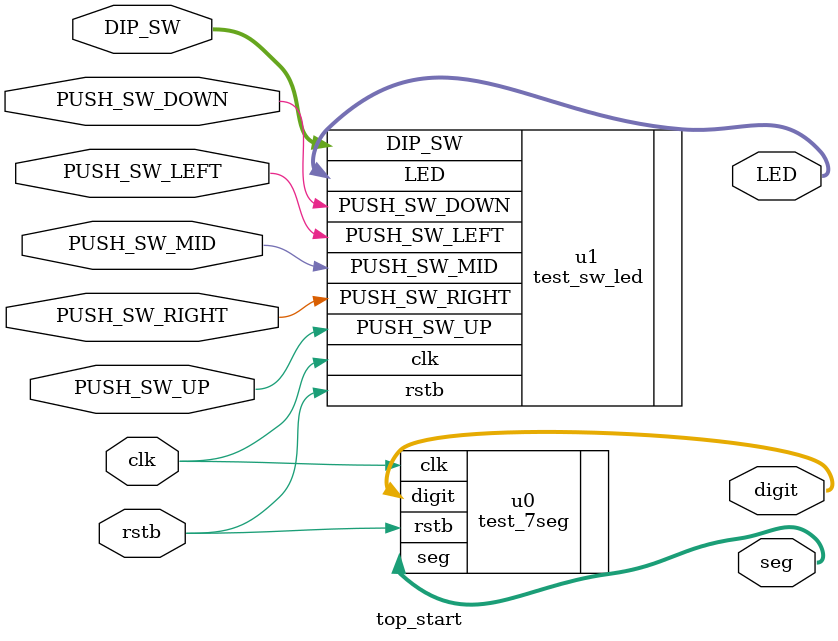
<source format=v>
`timescale 1ns / 1ps


module top_start(
    input         clk,
    input         rstb,
    input [15:0]  DIP_SW,
    input         PUSH_SW_UP,
    input         PUSH_SW_LEFT,
    input         PUSH_SW_MID,
    input         PUSH_SW_RIGHT,
    input         PUSH_SW_DOWN,
    output [15:0] LED,
    output [7:0] seg,
    output [7:0] digit
    );
    
    test_7seg u0 (.clk(clk), .rstb(rstb), .seg(seg), .digit(digit));
    
    test_sw_led u1 (.clk(clk), .rstb(rstb), .DIP_SW(DIP_SW), .PUSH_SW_UP(PUSH_SW_UP), .PUSH_SW_LEFT(PUSH_SW_LEFT), .PUSH_SW_MID(PUSH_SW_MID), .PUSH_SW_RIGHT(PUSH_SW_RIGHT), .PUSH_SW_DOWN(PUSH_SW_DOWN), .LED(LED));
    
endmodule

</source>
